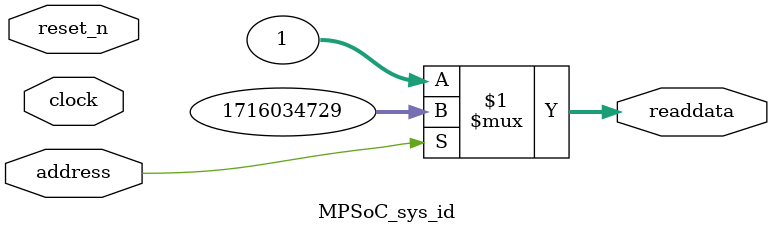
<source format=v>

`timescale 1ns / 1ps
// synthesis translate_on

// turn off superfluous verilog processor warnings 
// altera message_level Level1 
// altera message_off 10034 10035 10036 10037 10230 10240 10030 

module MPSoC_sys_id (
               // inputs:
                address,
                clock,
                reset_n,

               // outputs:
                readdata
             )
;

  output  [ 31: 0] readdata;
  input            address;
  input            clock;
  input            reset_n;

  wire    [ 31: 0] readdata;
  //control_slave, which is an e_avalon_slave
  assign readdata = address ? 1716034729 : 1;

endmodule




</source>
